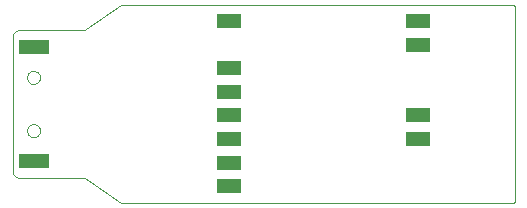
<source format=gbp>
G75*
%MOIN*%
%OFA0B0*%
%FSLAX24Y24*%
%IPPOS*%
%LPD*%
%AMOC8*
5,1,8,0,0,1.08239X$1,22.5*
%
%ADD10C,0.0000*%
%ADD11R,0.1000X0.0500*%
%ADD12R,0.0787X0.0512*%
D10*
X006315Y002474D02*
X006315Y006900D01*
X006317Y006930D01*
X006322Y006960D01*
X006331Y006989D01*
X006344Y007016D01*
X006359Y007042D01*
X006378Y007066D01*
X006399Y007087D01*
X006423Y007106D01*
X006449Y007121D01*
X006476Y007134D01*
X006505Y007143D01*
X006535Y007148D01*
X006565Y007150D01*
X008636Y007150D01*
X008779Y007195D02*
X009915Y007988D01*
X022963Y007988D01*
X022980Y007986D01*
X022997Y007982D01*
X023013Y007975D01*
X023027Y007965D01*
X023040Y007952D01*
X023050Y007938D01*
X023057Y007922D01*
X023061Y007905D01*
X023063Y007888D01*
X023063Y001486D01*
X023061Y001469D01*
X023057Y001452D01*
X023050Y001436D01*
X023040Y001422D01*
X023027Y001409D01*
X023013Y001399D01*
X022997Y001392D01*
X022980Y001388D01*
X022963Y001386D01*
X009915Y001386D01*
X008740Y002224D01*
X006565Y002224D01*
X006535Y002226D01*
X006505Y002231D01*
X006476Y002240D01*
X006449Y002253D01*
X006423Y002268D01*
X006399Y002287D01*
X006378Y002308D01*
X006359Y002332D01*
X006344Y002358D01*
X006331Y002385D01*
X006322Y002414D01*
X006317Y002444D01*
X006315Y002474D01*
X006798Y003801D02*
X006800Y003830D01*
X006806Y003858D01*
X006815Y003886D01*
X006828Y003912D01*
X006845Y003935D01*
X006864Y003957D01*
X006886Y003976D01*
X006911Y003991D01*
X006937Y004004D01*
X006965Y004012D01*
X006993Y004017D01*
X007022Y004018D01*
X007051Y004015D01*
X007079Y004008D01*
X007106Y003998D01*
X007132Y003984D01*
X007155Y003967D01*
X007176Y003947D01*
X007194Y003924D01*
X007209Y003899D01*
X007220Y003872D01*
X007228Y003844D01*
X007232Y003815D01*
X007232Y003787D01*
X007228Y003758D01*
X007220Y003730D01*
X007209Y003703D01*
X007194Y003678D01*
X007176Y003655D01*
X007155Y003635D01*
X007132Y003618D01*
X007106Y003604D01*
X007079Y003594D01*
X007051Y003587D01*
X007022Y003584D01*
X006993Y003585D01*
X006965Y003590D01*
X006937Y003598D01*
X006911Y003611D01*
X006886Y003626D01*
X006864Y003645D01*
X006845Y003667D01*
X006828Y003690D01*
X006815Y003716D01*
X006806Y003744D01*
X006800Y003772D01*
X006798Y003801D01*
X006798Y005573D02*
X006800Y005602D01*
X006806Y005630D01*
X006815Y005658D01*
X006828Y005684D01*
X006845Y005707D01*
X006864Y005729D01*
X006886Y005748D01*
X006911Y005763D01*
X006937Y005776D01*
X006965Y005784D01*
X006993Y005789D01*
X007022Y005790D01*
X007051Y005787D01*
X007079Y005780D01*
X007106Y005770D01*
X007132Y005756D01*
X007155Y005739D01*
X007176Y005719D01*
X007194Y005696D01*
X007209Y005671D01*
X007220Y005644D01*
X007228Y005616D01*
X007232Y005587D01*
X007232Y005559D01*
X007228Y005530D01*
X007220Y005502D01*
X007209Y005475D01*
X007194Y005450D01*
X007176Y005427D01*
X007155Y005407D01*
X007132Y005390D01*
X007106Y005376D01*
X007079Y005366D01*
X007051Y005359D01*
X007022Y005356D01*
X006993Y005357D01*
X006965Y005362D01*
X006937Y005370D01*
X006911Y005383D01*
X006886Y005398D01*
X006864Y005417D01*
X006845Y005439D01*
X006828Y005462D01*
X006815Y005488D01*
X006806Y005516D01*
X006800Y005544D01*
X006798Y005573D01*
X008636Y007150D02*
X008666Y007152D01*
X008696Y007157D01*
X008725Y007167D01*
X008753Y007179D01*
X008779Y007195D01*
D11*
X007015Y006596D03*
X007015Y002778D03*
D12*
X013515Y002731D03*
X013515Y001944D03*
X013515Y003519D03*
X013515Y004306D03*
X013515Y005094D03*
X013515Y005881D03*
X013515Y007456D03*
X019814Y007456D03*
X019814Y006669D03*
X019814Y004306D03*
X019814Y003519D03*
M02*

</source>
